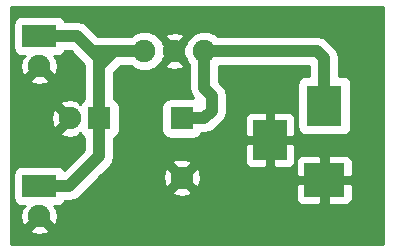
<source format=gbr>
G04 #@! TF.FileFunction,Copper,L1,Top,Signal*
%FSLAX46Y46*%
G04 Gerber Fmt 4.6, Leading zero omitted, Abs format (unit mm)*
G04 Created by KiCad (PCBNEW (2015-07-07 BZR 5906)-product) date Mon 17 Aug 2015 17:21:33 CEST*
%MOMM*%
G01*
G04 APERTURE LIST*
%ADD10C,0.100000*%
%ADD11R,1.900000X1.900000*%
%ADD12C,1.900000*%
%ADD13R,3.500000X3.000000*%
%ADD14R,3.000000X3.500000*%
%ADD15R,2.900000X1.900000*%
%ADD16C,1.016000*%
%ADD17C,0.254000*%
G04 APERTURE END LIST*
D10*
D11*
X137795000Y-97155000D03*
D12*
X137795000Y-102155000D03*
D11*
X130810000Y-97155000D03*
D12*
X128310000Y-97155000D03*
D13*
X149860000Y-102355000D03*
D14*
X145260000Y-98955000D03*
X149860000Y-96055000D03*
D12*
X139700000Y-91440000D03*
X137160000Y-91440000D03*
X134620000Y-91440000D03*
D15*
X125730000Y-90170000D03*
D12*
X125730000Y-92710000D03*
D15*
X125730000Y-102870000D03*
D12*
X125730000Y-105410000D03*
D16*
X137795000Y-97155000D02*
X139700000Y-97155000D01*
X139700000Y-94615000D02*
X139700000Y-91440000D01*
X140335000Y-95250000D02*
X139700000Y-94615000D01*
X140335000Y-96520000D02*
X140335000Y-95250000D01*
X139700000Y-97155000D02*
X140335000Y-96520000D01*
X149860000Y-96055000D02*
X149860000Y-92075000D01*
X149225000Y-91440000D02*
X139700000Y-91440000D01*
X149860000Y-92075000D02*
X149225000Y-91440000D01*
X130810000Y-92710000D02*
X132080000Y-91440000D01*
X125730000Y-102870000D02*
X128270000Y-102870000D01*
X130810000Y-100330000D02*
X130810000Y-97155000D01*
X128270000Y-102870000D02*
X130810000Y-100330000D01*
X130810000Y-97155000D02*
X130810000Y-92710000D01*
X130810000Y-92075000D02*
X130175000Y-91440000D01*
X130810000Y-92710000D02*
X130810000Y-92075000D01*
X134620000Y-91440000D02*
X132080000Y-91440000D01*
X132080000Y-91440000D02*
X130175000Y-91440000D01*
X128905000Y-90170000D02*
X125730000Y-90170000D01*
X130175000Y-91440000D02*
X128905000Y-90170000D01*
D17*
G36*
X154813000Y-107823000D02*
X123317000Y-107823000D01*
X123317000Y-106615266D01*
X124910815Y-106615266D01*
X125014622Y-106859089D01*
X125623619Y-107022546D01*
X126248811Y-106940509D01*
X126445378Y-106859089D01*
X126549185Y-106615266D01*
X125730000Y-105796080D01*
X124910815Y-106615266D01*
X123317000Y-106615266D01*
X123317000Y-97048619D01*
X126697454Y-97048619D01*
X126779491Y-97673811D01*
X126860911Y-97870378D01*
X127104734Y-97974185D01*
X127923920Y-97155000D01*
X127104734Y-96335815D01*
X126860911Y-96439622D01*
X126697454Y-97048619D01*
X123317000Y-97048619D01*
X123317000Y-93915266D01*
X124910815Y-93915266D01*
X125014622Y-94159089D01*
X125623619Y-94322546D01*
X126248811Y-94240509D01*
X126445378Y-94159089D01*
X126549185Y-93915266D01*
X125730000Y-93096080D01*
X124910815Y-93915266D01*
X123317000Y-93915266D01*
X123317000Y-89220000D01*
X123503072Y-89220000D01*
X123503072Y-91120000D01*
X123559445Y-91410548D01*
X123727192Y-91665913D01*
X123980432Y-91836852D01*
X124280000Y-91896928D01*
X124510376Y-91896928D01*
X124280911Y-91994622D01*
X124117454Y-92603619D01*
X124199491Y-93228811D01*
X124280911Y-93425378D01*
X124524734Y-93529185D01*
X125343920Y-92710000D01*
X125329777Y-92695858D01*
X125715858Y-92309777D01*
X125730000Y-92323920D01*
X125744142Y-92309777D01*
X126130223Y-92695858D01*
X126116080Y-92710000D01*
X126935266Y-93529185D01*
X127179089Y-93425378D01*
X127342546Y-92816381D01*
X127260509Y-92191189D01*
X127179089Y-91994622D01*
X126949624Y-91896928D01*
X127180000Y-91896928D01*
X127470548Y-91840555D01*
X127725913Y-91672808D01*
X127883060Y-91440000D01*
X128378948Y-91440000D01*
X129276972Y-92338023D01*
X129276974Y-92338026D01*
X129540000Y-92601052D01*
X129540000Y-92709995D01*
X129539999Y-92710000D01*
X129540000Y-92710005D01*
X129540000Y-95503792D01*
X129314087Y-95652192D01*
X129143148Y-95905432D01*
X129135538Y-95943378D01*
X129129184Y-95949732D01*
X129025378Y-95705911D01*
X128416381Y-95542454D01*
X127791189Y-95624491D01*
X127594622Y-95705911D01*
X127490815Y-95949734D01*
X128310000Y-96768920D01*
X128324142Y-96754777D01*
X128710223Y-97140858D01*
X128696080Y-97155000D01*
X128710223Y-97169143D01*
X128324142Y-97555223D01*
X128310000Y-97541080D01*
X127490815Y-98360266D01*
X127594622Y-98604089D01*
X128203619Y-98767546D01*
X128828811Y-98685509D01*
X129025378Y-98604089D01*
X129129184Y-98360268D01*
X129133422Y-98364506D01*
X129139445Y-98395548D01*
X129307192Y-98650913D01*
X129540000Y-98808060D01*
X129540000Y-99803949D01*
X127826790Y-101517158D01*
X127732808Y-101374087D01*
X127479568Y-101203148D01*
X127180000Y-101143072D01*
X124280000Y-101143072D01*
X123989452Y-101199445D01*
X123734087Y-101367192D01*
X123563148Y-101620432D01*
X123503072Y-101920000D01*
X123503072Y-103820000D01*
X123559445Y-104110548D01*
X123727192Y-104365913D01*
X123980432Y-104536852D01*
X124280000Y-104596928D01*
X124510376Y-104596928D01*
X124280911Y-104694622D01*
X124117454Y-105303619D01*
X124199491Y-105928811D01*
X124280911Y-106125378D01*
X124524734Y-106229185D01*
X125343920Y-105410000D01*
X125329777Y-105395858D01*
X125715858Y-105009777D01*
X125730000Y-105023920D01*
X125744142Y-105009777D01*
X126130223Y-105395858D01*
X126116080Y-105410000D01*
X126935266Y-106229185D01*
X127179089Y-106125378D01*
X127342546Y-105516381D01*
X127260509Y-104891189D01*
X127179089Y-104694622D01*
X126949624Y-104596928D01*
X127180000Y-104596928D01*
X127470548Y-104540555D01*
X127725913Y-104372808D01*
X127883060Y-104140000D01*
X128269995Y-104140000D01*
X128270000Y-104140001D01*
X128756008Y-104043327D01*
X129168026Y-103768026D01*
X129575785Y-103360266D01*
X136975815Y-103360266D01*
X137079622Y-103604089D01*
X137688619Y-103767546D01*
X138313811Y-103685509D01*
X138510378Y-103604089D01*
X138614185Y-103360266D01*
X137795000Y-102541080D01*
X136975815Y-103360266D01*
X129575785Y-103360266D01*
X130887432Y-102048619D01*
X136182454Y-102048619D01*
X136264491Y-102673811D01*
X136345911Y-102870378D01*
X136589734Y-102974185D01*
X137408920Y-102155000D01*
X138181080Y-102155000D01*
X139000266Y-102974185D01*
X139244089Y-102870378D01*
X139266535Y-102786750D01*
X147475000Y-102786750D01*
X147475000Y-103981309D01*
X147571673Y-104214698D01*
X147750301Y-104393327D01*
X147983690Y-104490000D01*
X149428250Y-104490000D01*
X149587000Y-104331250D01*
X149587000Y-102628000D01*
X150133000Y-102628000D01*
X150133000Y-104331250D01*
X150291750Y-104490000D01*
X151736310Y-104490000D01*
X151969699Y-104393327D01*
X152148327Y-104214698D01*
X152245000Y-103981309D01*
X152245000Y-102786750D01*
X152086250Y-102628000D01*
X150133000Y-102628000D01*
X149587000Y-102628000D01*
X149587000Y-102628000D01*
X147633750Y-102628000D01*
X147475000Y-102786750D01*
X139266535Y-102786750D01*
X139407546Y-102261381D01*
X139325509Y-101636189D01*
X139244089Y-101439622D01*
X139000266Y-101335815D01*
X138181080Y-102155000D01*
X137408920Y-102155000D01*
X137408920Y-102155000D01*
X136589734Y-101335815D01*
X136345911Y-101439622D01*
X136182454Y-102048619D01*
X130887432Y-102048619D01*
X131708023Y-101228028D01*
X131708026Y-101228026D01*
X131893974Y-100949734D01*
X136975815Y-100949734D01*
X137795000Y-101768920D01*
X138614185Y-100949734D01*
X138510378Y-100705911D01*
X137901381Y-100542454D01*
X137276189Y-100624491D01*
X137079622Y-100705911D01*
X136975815Y-100949734D01*
X131893974Y-100949734D01*
X131983327Y-100816008D01*
X132080000Y-100330000D01*
X132080000Y-99386750D01*
X143125000Y-99386750D01*
X143125000Y-100831309D01*
X143221673Y-101064698D01*
X143400301Y-101243327D01*
X143633690Y-101340000D01*
X144828250Y-101340000D01*
X144987000Y-101181250D01*
X144987000Y-99228000D01*
X145533000Y-99228000D01*
X145533000Y-101181250D01*
X145691750Y-101340000D01*
X146886310Y-101340000D01*
X147119699Y-101243327D01*
X147298327Y-101064698D01*
X147395000Y-100831309D01*
X147395000Y-100728691D01*
X147475000Y-100728691D01*
X147475000Y-101923250D01*
X147633750Y-102082000D01*
X149587000Y-102082000D01*
X149587000Y-100378750D01*
X150133000Y-100378750D01*
X150133000Y-102082000D01*
X152086250Y-102082000D01*
X152245000Y-101923250D01*
X152245000Y-100728691D01*
X152148327Y-100495302D01*
X151969699Y-100316673D01*
X151736310Y-100220000D01*
X150291750Y-100220000D01*
X150133000Y-100378750D01*
X149587000Y-100378750D01*
X149587000Y-100378750D01*
X149428250Y-100220000D01*
X147983690Y-100220000D01*
X147750301Y-100316673D01*
X147571673Y-100495302D01*
X147475000Y-100728691D01*
X147395000Y-100728691D01*
X147395000Y-99386750D01*
X147236250Y-99228000D01*
X145533000Y-99228000D01*
X144987000Y-99228000D01*
X144987000Y-99228000D01*
X143283750Y-99228000D01*
X143125000Y-99386750D01*
X132080000Y-99386750D01*
X132080000Y-98806208D01*
X132305913Y-98657808D01*
X132476852Y-98404568D01*
X132536928Y-98105000D01*
X132536928Y-96205000D01*
X136068072Y-96205000D01*
X136068072Y-98105000D01*
X136124445Y-98395548D01*
X136292192Y-98650913D01*
X136545432Y-98821852D01*
X136845000Y-98881928D01*
X138745000Y-98881928D01*
X139035548Y-98825555D01*
X139290913Y-98657808D01*
X139448060Y-98425000D01*
X139699995Y-98425000D01*
X139700000Y-98425001D01*
X140186008Y-98328327D01*
X140598026Y-98053026D01*
X141233023Y-97418028D01*
X141233026Y-97418026D01*
X141459761Y-97078691D01*
X143125000Y-97078691D01*
X143125000Y-98523250D01*
X143283750Y-98682000D01*
X144987000Y-98682000D01*
X144987000Y-96728750D01*
X145533000Y-96728750D01*
X145533000Y-98682000D01*
X147236250Y-98682000D01*
X147395000Y-98523250D01*
X147395000Y-97078691D01*
X147298327Y-96845302D01*
X147119699Y-96666673D01*
X146886310Y-96570000D01*
X145691750Y-96570000D01*
X145533000Y-96728750D01*
X144987000Y-96728750D01*
X144987000Y-96728750D01*
X144828250Y-96570000D01*
X143633690Y-96570000D01*
X143400301Y-96666673D01*
X143221673Y-96845302D01*
X143125000Y-97078691D01*
X141459761Y-97078691D01*
X141508327Y-97006008D01*
X141518866Y-96953026D01*
X141605001Y-96520000D01*
X141605000Y-96519995D01*
X141605000Y-95250005D01*
X141605001Y-95250000D01*
X141508327Y-94763992D01*
X141408774Y-94615000D01*
X141233026Y-94351974D01*
X141233023Y-94351972D01*
X140970000Y-94088949D01*
X140970000Y-92710000D01*
X148590000Y-92710000D01*
X148590000Y-93528072D01*
X148360000Y-93528072D01*
X148069452Y-93584445D01*
X147814087Y-93752192D01*
X147643148Y-94005432D01*
X147583072Y-94305000D01*
X147583072Y-97805000D01*
X147639445Y-98095548D01*
X147807192Y-98350913D01*
X148060432Y-98521852D01*
X148360000Y-98581928D01*
X151360000Y-98581928D01*
X151650548Y-98525555D01*
X151905913Y-98357808D01*
X152076852Y-98104568D01*
X152136928Y-97805000D01*
X152136928Y-94305000D01*
X152080555Y-94014452D01*
X151912808Y-93759087D01*
X151659568Y-93588148D01*
X151360000Y-93528072D01*
X151130000Y-93528072D01*
X151130000Y-92075005D01*
X151130001Y-92075000D01*
X151033327Y-91588992D01*
X150933774Y-91440000D01*
X150758026Y-91176974D01*
X150758023Y-91176972D01*
X150123026Y-90541974D01*
X149711008Y-90266673D01*
X149225000Y-90169999D01*
X149224995Y-90170000D01*
X140851238Y-90170000D01*
X140671036Y-89989483D01*
X140042032Y-89728298D01*
X139360956Y-89727704D01*
X138731497Y-89987791D01*
X138249483Y-90468964D01*
X138059439Y-90926642D01*
X137546080Y-91440000D01*
X138059934Y-91953853D01*
X138247791Y-92408503D01*
X138430000Y-92591030D01*
X138430000Y-94614995D01*
X138429999Y-94615000D01*
X138526673Y-95101008D01*
X138745242Y-95428121D01*
X138745000Y-95428072D01*
X136845000Y-95428072D01*
X136554452Y-95484445D01*
X136299087Y-95652192D01*
X136128148Y-95905432D01*
X136068072Y-96205000D01*
X132536928Y-96205000D01*
X132536928Y-96205000D01*
X132480555Y-95914452D01*
X132312808Y-95659087D01*
X132080000Y-95501940D01*
X132080000Y-93236052D01*
X132606051Y-92710000D01*
X133468762Y-92710000D01*
X133648964Y-92890517D01*
X134277968Y-93151702D01*
X134959044Y-93152296D01*
X135588503Y-92892209D01*
X135835877Y-92645266D01*
X136340815Y-92645266D01*
X136444622Y-92889089D01*
X137053619Y-93052546D01*
X137678811Y-92970509D01*
X137875378Y-92889089D01*
X137979185Y-92645266D01*
X137160000Y-91826080D01*
X136340815Y-92645266D01*
X135835877Y-92645266D01*
X136070517Y-92411036D01*
X136260561Y-91953358D01*
X136773920Y-91440000D01*
X136260066Y-90926147D01*
X136072209Y-90471497D01*
X135835860Y-90234734D01*
X136340815Y-90234734D01*
X137160000Y-91053920D01*
X137979185Y-90234734D01*
X137875378Y-89990911D01*
X137266381Y-89827454D01*
X136641189Y-89909491D01*
X136444622Y-89990911D01*
X136340815Y-90234734D01*
X135835860Y-90234734D01*
X135591036Y-89989483D01*
X134962032Y-89728298D01*
X134280956Y-89727704D01*
X133651497Y-89987791D01*
X133468970Y-90170000D01*
X130701051Y-90170000D01*
X129803026Y-89271974D01*
X129391008Y-88996673D01*
X128905000Y-88899999D01*
X128904995Y-88900000D01*
X127881208Y-88900000D01*
X127732808Y-88674087D01*
X127479568Y-88503148D01*
X127180000Y-88443072D01*
X124280000Y-88443072D01*
X123989452Y-88499445D01*
X123734087Y-88667192D01*
X123563148Y-88920432D01*
X123503072Y-89220000D01*
X123317000Y-89220000D01*
X123317000Y-87757000D01*
X154813000Y-87757000D01*
X154813000Y-107823000D01*
X154813000Y-107823000D01*
G37*
X154813000Y-107823000D02*
X123317000Y-107823000D01*
X123317000Y-106615266D01*
X124910815Y-106615266D01*
X125014622Y-106859089D01*
X125623619Y-107022546D01*
X126248811Y-106940509D01*
X126445378Y-106859089D01*
X126549185Y-106615266D01*
X125730000Y-105796080D01*
X124910815Y-106615266D01*
X123317000Y-106615266D01*
X123317000Y-97048619D01*
X126697454Y-97048619D01*
X126779491Y-97673811D01*
X126860911Y-97870378D01*
X127104734Y-97974185D01*
X127923920Y-97155000D01*
X127104734Y-96335815D01*
X126860911Y-96439622D01*
X126697454Y-97048619D01*
X123317000Y-97048619D01*
X123317000Y-93915266D01*
X124910815Y-93915266D01*
X125014622Y-94159089D01*
X125623619Y-94322546D01*
X126248811Y-94240509D01*
X126445378Y-94159089D01*
X126549185Y-93915266D01*
X125730000Y-93096080D01*
X124910815Y-93915266D01*
X123317000Y-93915266D01*
X123317000Y-89220000D01*
X123503072Y-89220000D01*
X123503072Y-91120000D01*
X123559445Y-91410548D01*
X123727192Y-91665913D01*
X123980432Y-91836852D01*
X124280000Y-91896928D01*
X124510376Y-91896928D01*
X124280911Y-91994622D01*
X124117454Y-92603619D01*
X124199491Y-93228811D01*
X124280911Y-93425378D01*
X124524734Y-93529185D01*
X125343920Y-92710000D01*
X125329777Y-92695858D01*
X125715858Y-92309777D01*
X125730000Y-92323920D01*
X125744142Y-92309777D01*
X126130223Y-92695858D01*
X126116080Y-92710000D01*
X126935266Y-93529185D01*
X127179089Y-93425378D01*
X127342546Y-92816381D01*
X127260509Y-92191189D01*
X127179089Y-91994622D01*
X126949624Y-91896928D01*
X127180000Y-91896928D01*
X127470548Y-91840555D01*
X127725913Y-91672808D01*
X127883060Y-91440000D01*
X128378948Y-91440000D01*
X129276972Y-92338023D01*
X129276974Y-92338026D01*
X129540000Y-92601052D01*
X129540000Y-92709995D01*
X129539999Y-92710000D01*
X129540000Y-92710005D01*
X129540000Y-95503792D01*
X129314087Y-95652192D01*
X129143148Y-95905432D01*
X129135538Y-95943378D01*
X129129184Y-95949732D01*
X129025378Y-95705911D01*
X128416381Y-95542454D01*
X127791189Y-95624491D01*
X127594622Y-95705911D01*
X127490815Y-95949734D01*
X128310000Y-96768920D01*
X128324142Y-96754777D01*
X128710223Y-97140858D01*
X128696080Y-97155000D01*
X128710223Y-97169143D01*
X128324142Y-97555223D01*
X128310000Y-97541080D01*
X127490815Y-98360266D01*
X127594622Y-98604089D01*
X128203619Y-98767546D01*
X128828811Y-98685509D01*
X129025378Y-98604089D01*
X129129184Y-98360268D01*
X129133422Y-98364506D01*
X129139445Y-98395548D01*
X129307192Y-98650913D01*
X129540000Y-98808060D01*
X129540000Y-99803949D01*
X127826790Y-101517158D01*
X127732808Y-101374087D01*
X127479568Y-101203148D01*
X127180000Y-101143072D01*
X124280000Y-101143072D01*
X123989452Y-101199445D01*
X123734087Y-101367192D01*
X123563148Y-101620432D01*
X123503072Y-101920000D01*
X123503072Y-103820000D01*
X123559445Y-104110548D01*
X123727192Y-104365913D01*
X123980432Y-104536852D01*
X124280000Y-104596928D01*
X124510376Y-104596928D01*
X124280911Y-104694622D01*
X124117454Y-105303619D01*
X124199491Y-105928811D01*
X124280911Y-106125378D01*
X124524734Y-106229185D01*
X125343920Y-105410000D01*
X125329777Y-105395858D01*
X125715858Y-105009777D01*
X125730000Y-105023920D01*
X125744142Y-105009777D01*
X126130223Y-105395858D01*
X126116080Y-105410000D01*
X126935266Y-106229185D01*
X127179089Y-106125378D01*
X127342546Y-105516381D01*
X127260509Y-104891189D01*
X127179089Y-104694622D01*
X126949624Y-104596928D01*
X127180000Y-104596928D01*
X127470548Y-104540555D01*
X127725913Y-104372808D01*
X127883060Y-104140000D01*
X128269995Y-104140000D01*
X128270000Y-104140001D01*
X128756008Y-104043327D01*
X129168026Y-103768026D01*
X129575785Y-103360266D01*
X136975815Y-103360266D01*
X137079622Y-103604089D01*
X137688619Y-103767546D01*
X138313811Y-103685509D01*
X138510378Y-103604089D01*
X138614185Y-103360266D01*
X137795000Y-102541080D01*
X136975815Y-103360266D01*
X129575785Y-103360266D01*
X130887432Y-102048619D01*
X136182454Y-102048619D01*
X136264491Y-102673811D01*
X136345911Y-102870378D01*
X136589734Y-102974185D01*
X137408920Y-102155000D01*
X138181080Y-102155000D01*
X139000266Y-102974185D01*
X139244089Y-102870378D01*
X139266535Y-102786750D01*
X147475000Y-102786750D01*
X147475000Y-103981309D01*
X147571673Y-104214698D01*
X147750301Y-104393327D01*
X147983690Y-104490000D01*
X149428250Y-104490000D01*
X149587000Y-104331250D01*
X149587000Y-102628000D01*
X150133000Y-102628000D01*
X150133000Y-104331250D01*
X150291750Y-104490000D01*
X151736310Y-104490000D01*
X151969699Y-104393327D01*
X152148327Y-104214698D01*
X152245000Y-103981309D01*
X152245000Y-102786750D01*
X152086250Y-102628000D01*
X150133000Y-102628000D01*
X149587000Y-102628000D01*
X149587000Y-102628000D01*
X147633750Y-102628000D01*
X147475000Y-102786750D01*
X139266535Y-102786750D01*
X139407546Y-102261381D01*
X139325509Y-101636189D01*
X139244089Y-101439622D01*
X139000266Y-101335815D01*
X138181080Y-102155000D01*
X137408920Y-102155000D01*
X137408920Y-102155000D01*
X136589734Y-101335815D01*
X136345911Y-101439622D01*
X136182454Y-102048619D01*
X130887432Y-102048619D01*
X131708023Y-101228028D01*
X131708026Y-101228026D01*
X131893974Y-100949734D01*
X136975815Y-100949734D01*
X137795000Y-101768920D01*
X138614185Y-100949734D01*
X138510378Y-100705911D01*
X137901381Y-100542454D01*
X137276189Y-100624491D01*
X137079622Y-100705911D01*
X136975815Y-100949734D01*
X131893974Y-100949734D01*
X131983327Y-100816008D01*
X132080000Y-100330000D01*
X132080000Y-99386750D01*
X143125000Y-99386750D01*
X143125000Y-100831309D01*
X143221673Y-101064698D01*
X143400301Y-101243327D01*
X143633690Y-101340000D01*
X144828250Y-101340000D01*
X144987000Y-101181250D01*
X144987000Y-99228000D01*
X145533000Y-99228000D01*
X145533000Y-101181250D01*
X145691750Y-101340000D01*
X146886310Y-101340000D01*
X147119699Y-101243327D01*
X147298327Y-101064698D01*
X147395000Y-100831309D01*
X147395000Y-100728691D01*
X147475000Y-100728691D01*
X147475000Y-101923250D01*
X147633750Y-102082000D01*
X149587000Y-102082000D01*
X149587000Y-100378750D01*
X150133000Y-100378750D01*
X150133000Y-102082000D01*
X152086250Y-102082000D01*
X152245000Y-101923250D01*
X152245000Y-100728691D01*
X152148327Y-100495302D01*
X151969699Y-100316673D01*
X151736310Y-100220000D01*
X150291750Y-100220000D01*
X150133000Y-100378750D01*
X149587000Y-100378750D01*
X149587000Y-100378750D01*
X149428250Y-100220000D01*
X147983690Y-100220000D01*
X147750301Y-100316673D01*
X147571673Y-100495302D01*
X147475000Y-100728691D01*
X147395000Y-100728691D01*
X147395000Y-99386750D01*
X147236250Y-99228000D01*
X145533000Y-99228000D01*
X144987000Y-99228000D01*
X144987000Y-99228000D01*
X143283750Y-99228000D01*
X143125000Y-99386750D01*
X132080000Y-99386750D01*
X132080000Y-98806208D01*
X132305913Y-98657808D01*
X132476852Y-98404568D01*
X132536928Y-98105000D01*
X132536928Y-96205000D01*
X136068072Y-96205000D01*
X136068072Y-98105000D01*
X136124445Y-98395548D01*
X136292192Y-98650913D01*
X136545432Y-98821852D01*
X136845000Y-98881928D01*
X138745000Y-98881928D01*
X139035548Y-98825555D01*
X139290913Y-98657808D01*
X139448060Y-98425000D01*
X139699995Y-98425000D01*
X139700000Y-98425001D01*
X140186008Y-98328327D01*
X140598026Y-98053026D01*
X141233023Y-97418028D01*
X141233026Y-97418026D01*
X141459761Y-97078691D01*
X143125000Y-97078691D01*
X143125000Y-98523250D01*
X143283750Y-98682000D01*
X144987000Y-98682000D01*
X144987000Y-96728750D01*
X145533000Y-96728750D01*
X145533000Y-98682000D01*
X147236250Y-98682000D01*
X147395000Y-98523250D01*
X147395000Y-97078691D01*
X147298327Y-96845302D01*
X147119699Y-96666673D01*
X146886310Y-96570000D01*
X145691750Y-96570000D01*
X145533000Y-96728750D01*
X144987000Y-96728750D01*
X144987000Y-96728750D01*
X144828250Y-96570000D01*
X143633690Y-96570000D01*
X143400301Y-96666673D01*
X143221673Y-96845302D01*
X143125000Y-97078691D01*
X141459761Y-97078691D01*
X141508327Y-97006008D01*
X141518866Y-96953026D01*
X141605001Y-96520000D01*
X141605000Y-96519995D01*
X141605000Y-95250005D01*
X141605001Y-95250000D01*
X141508327Y-94763992D01*
X141408774Y-94615000D01*
X141233026Y-94351974D01*
X141233023Y-94351972D01*
X140970000Y-94088949D01*
X140970000Y-92710000D01*
X148590000Y-92710000D01*
X148590000Y-93528072D01*
X148360000Y-93528072D01*
X148069452Y-93584445D01*
X147814087Y-93752192D01*
X147643148Y-94005432D01*
X147583072Y-94305000D01*
X147583072Y-97805000D01*
X147639445Y-98095548D01*
X147807192Y-98350913D01*
X148060432Y-98521852D01*
X148360000Y-98581928D01*
X151360000Y-98581928D01*
X151650548Y-98525555D01*
X151905913Y-98357808D01*
X152076852Y-98104568D01*
X152136928Y-97805000D01*
X152136928Y-94305000D01*
X152080555Y-94014452D01*
X151912808Y-93759087D01*
X151659568Y-93588148D01*
X151360000Y-93528072D01*
X151130000Y-93528072D01*
X151130000Y-92075005D01*
X151130001Y-92075000D01*
X151033327Y-91588992D01*
X150933774Y-91440000D01*
X150758026Y-91176974D01*
X150758023Y-91176972D01*
X150123026Y-90541974D01*
X149711008Y-90266673D01*
X149225000Y-90169999D01*
X149224995Y-90170000D01*
X140851238Y-90170000D01*
X140671036Y-89989483D01*
X140042032Y-89728298D01*
X139360956Y-89727704D01*
X138731497Y-89987791D01*
X138249483Y-90468964D01*
X138059439Y-90926642D01*
X137546080Y-91440000D01*
X138059934Y-91953853D01*
X138247791Y-92408503D01*
X138430000Y-92591030D01*
X138430000Y-94614995D01*
X138429999Y-94615000D01*
X138526673Y-95101008D01*
X138745242Y-95428121D01*
X138745000Y-95428072D01*
X136845000Y-95428072D01*
X136554452Y-95484445D01*
X136299087Y-95652192D01*
X136128148Y-95905432D01*
X136068072Y-96205000D01*
X132536928Y-96205000D01*
X132536928Y-96205000D01*
X132480555Y-95914452D01*
X132312808Y-95659087D01*
X132080000Y-95501940D01*
X132080000Y-93236052D01*
X132606051Y-92710000D01*
X133468762Y-92710000D01*
X133648964Y-92890517D01*
X134277968Y-93151702D01*
X134959044Y-93152296D01*
X135588503Y-92892209D01*
X135835877Y-92645266D01*
X136340815Y-92645266D01*
X136444622Y-92889089D01*
X137053619Y-93052546D01*
X137678811Y-92970509D01*
X137875378Y-92889089D01*
X137979185Y-92645266D01*
X137160000Y-91826080D01*
X136340815Y-92645266D01*
X135835877Y-92645266D01*
X136070517Y-92411036D01*
X136260561Y-91953358D01*
X136773920Y-91440000D01*
X136260066Y-90926147D01*
X136072209Y-90471497D01*
X135835860Y-90234734D01*
X136340815Y-90234734D01*
X137160000Y-91053920D01*
X137979185Y-90234734D01*
X137875378Y-89990911D01*
X137266381Y-89827454D01*
X136641189Y-89909491D01*
X136444622Y-89990911D01*
X136340815Y-90234734D01*
X135835860Y-90234734D01*
X135591036Y-89989483D01*
X134962032Y-89728298D01*
X134280956Y-89727704D01*
X133651497Y-89987791D01*
X133468970Y-90170000D01*
X130701051Y-90170000D01*
X129803026Y-89271974D01*
X129391008Y-88996673D01*
X128905000Y-88899999D01*
X128904995Y-88900000D01*
X127881208Y-88900000D01*
X127732808Y-88674087D01*
X127479568Y-88503148D01*
X127180000Y-88443072D01*
X124280000Y-88443072D01*
X123989452Y-88499445D01*
X123734087Y-88667192D01*
X123563148Y-88920432D01*
X123503072Y-89220000D01*
X123317000Y-89220000D01*
X123317000Y-87757000D01*
X154813000Y-87757000D01*
X154813000Y-107823000D01*
M02*

</source>
